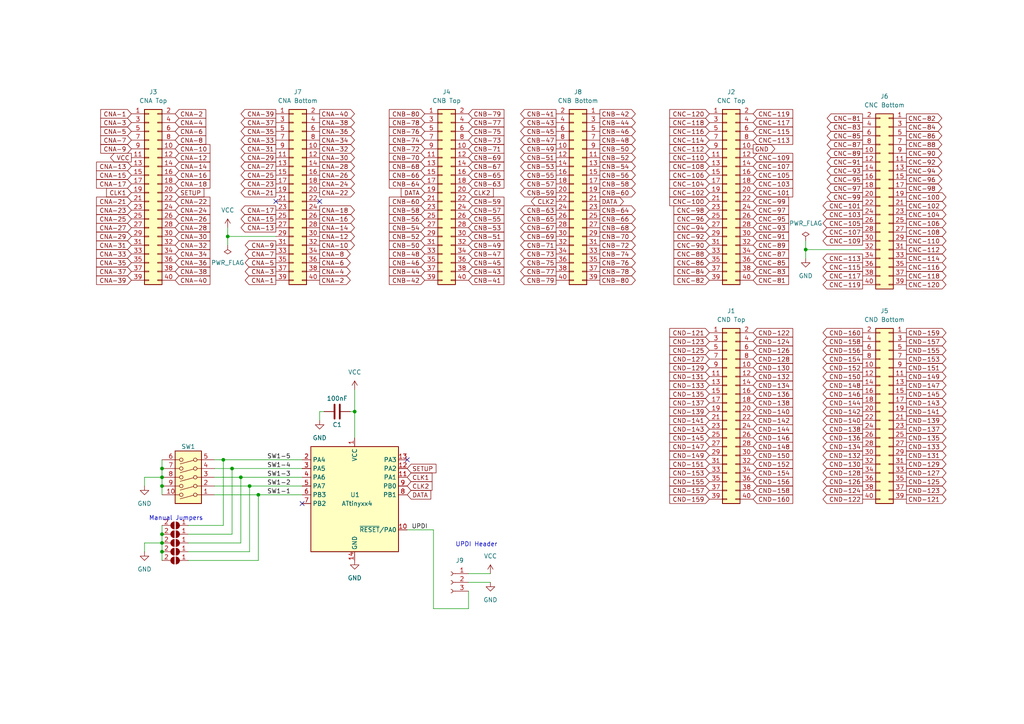
<source format=kicad_sch>
(kicad_sch (version 20211123) (generator eeschema)
  (paper "A4")
  (title_block (title "Openkey CPS1") (date "${REV}") (rev "${REV}"))
  (lib_symbols
    (symbol "Connector:Conn_01x03_Female" (pin_names (offset 1.016) hide)
      (property "Reference" "J" (at 0 5.08 0))
      (property "Value" "Conn_01x03_Female" (at 0 -5.08 0))
      (symbol "Conn_01x03_Female_1_1"
        (pin passive line (at -5.08 2.54 0) (length 3.81) (name "Pin_1") (number "1"))
        (pin passive line (at -5.08 0 0) (length 3.81) (name "Pin_2") (number "2"))
        (pin passive line (at -5.08 -2.54 0) (length 3.81) (name "Pin_3") (number "3"))
      )
    )
    (symbol "Connector_Generic:Conn_02x20_Odd_Even" (pin_names (offset 1.016) hide)
      (property "Reference" "J" (at 1.27 25.4 0))
      (property "Value" "Conn_02x20_Odd_Even" (at 1.27 -27.94 0))
      (symbol "Conn_02x20_Odd_Even_1_1"
        (pin passive line (at -5.08 22.86 0) (length 3.81) (name "Pin_1") (number "1"))
        (pin passive line (at 7.62 12.7 180) (length 3.81) (name "Pin_10") (number "10"))
        (pin passive line (at -5.08 10.16 0) (length 3.81) (name "Pin_11") (number "11"))
        (pin passive line (at 7.62 10.16 180) (length 3.81) (name "Pin_12") (number "12"))
        (pin passive line (at -5.08 7.62 0) (length 3.81) (name "Pin_13") (number "13"))
        (pin passive line (at 7.62 7.62 180) (length 3.81) (name "Pin_14") (number "14"))
        (pin passive line (at -5.08 5.08 0) (length 3.81) (name "Pin_15") (number "15"))
        (pin passive line (at 7.62 5.08 180) (length 3.81) (name "Pin_16") (number "16"))
        (pin passive line (at -5.08 2.54 0) (length 3.81) (name "Pin_17") (number "17"))
        (pin passive line (at 7.62 2.54 180) (length 3.81) (name "Pin_18") (number "18"))
        (pin passive line (at -5.08 0 0) (length 3.81) (name "Pin_19") (number "19"))
        (pin passive line (at 7.62 22.86 180) (length 3.81) (name "Pin_2") (number "2"))
        (pin passive line (at 7.62 0 180) (length 3.81) (name "Pin_20") (number "20"))
        (pin passive line (at -5.08 -2.54 0) (length 3.81) (name "Pin_21") (number "21"))
        (pin passive line (at 7.62 -2.54 180) (length 3.81) (name "Pin_22") (number "22"))
        (pin passive line (at -5.08 -5.08 0) (length 3.81) (name "Pin_23") (number "23"))
        (pin passive line (at 7.62 -5.08 180) (length 3.81) (name "Pin_24") (number "24"))
        (pin passive line (at -5.08 -7.62 0) (length 3.81) (name "Pin_25") (number "25"))
        (pin passive line (at 7.62 -7.62 180) (length 3.81) (name "Pin_26") (number "26"))
        (pin passive line (at -5.08 -10.16 0) (length 3.81) (name "Pin_27") (number "27"))
        (pin passive line (at 7.62 -10.16 180) (length 3.81) (name "Pin_28") (number "28"))
        (pin passive line (at -5.08 -12.7 0) (length 3.81) (name "Pin_29") (number "29"))
        (pin passive line (at -5.08 20.32 0) (length 3.81) (name "Pin_3") (number "3"))
        (pin passive line (at 7.62 -12.7 180) (length 3.81) (name "Pin_30") (number "30"))
        (pin passive line (at -5.08 -15.24 0) (length 3.81) (name "Pin_31") (number "31"))
        (pin passive line (at 7.62 -15.24 180) (length 3.81) (name "Pin_32") (number "32"))
        (pin passive line (at -5.08 -17.78 0) (length 3.81) (name "Pin_33") (number "33"))
        (pin passive line (at 7.62 -17.78 180) (length 3.81) (name "Pin_34") (number "34"))
        (pin passive line (at -5.08 -20.32 0) (length 3.81) (name "Pin_35") (number "35"))
        (pin passive line (at 7.62 -20.32 180) (length 3.81) (name "Pin_36") (number "36"))
        (pin passive line (at -5.08 -22.86 0) (length 3.81) (name "Pin_37") (number "37"))
        (pin passive line (at 7.62 -22.86 180) (length 3.81) (name "Pin_38") (number "38"))
        (pin passive line (at -5.08 -25.4 0) (length 3.81) (name "Pin_39") (number "39"))
        (pin passive line (at 7.62 20.32 180) (length 3.81) (name "Pin_4") (number "4"))
        (pin passive line (at 7.62 -25.4 180) (length 3.81) (name "Pin_40") (number "40"))
        (pin passive line (at -5.08 17.78 0) (length 3.81) (name "Pin_5") (number "5"))
        (pin passive line (at 7.62 17.78 180) (length 3.81) (name "Pin_6") (number "6"))
        (pin passive line (at -5.08 15.24 0) (length 3.81) (name "Pin_7") (number "7"))
        (pin passive line (at 7.62 15.24 180) (length 3.81) (name "Pin_8") (number "8"))
        (pin passive line (at -5.08 12.7 0) (length 3.81) (name "Pin_9") (number "9"))
      )
    )
    (symbol "Device:C" (pin_numbers hide) (pin_names (offset 0.254))
      (property "Reference" "C" (at 0.635 2.54 0))
      (property "Value" "C" (at 0.635 -2.54 0))
      (symbol "C_1_1"
        (pin passive line (at 0 3.81 270) (length 2.794) (name "~") (number "1"))
        (pin passive line (at 0 -3.81 90) (length 2.794) (name "~") (number "2"))
      )
    )
    (symbol "Jumper:SolderJumper_2_Open" (pin_names (offset 0) hide)
      (property "Reference" "JP" (at 0 2.032 0))
      (property "Value" "SolderJumper_2_Open" (at 0 -2.54 0))
      (symbol "SolderJumper_2_Open_1_1"
        (pin passive line (at -3.81 0 0) (length 2.54) (name "A") (number "1"))
        (pin passive line (at 3.81 0 180) (length 2.54) (name "B") (number "2"))
      )
    )
    (symbol "Switch:SW_DIP_x05" (pin_names (offset 0) hide)
      (property "Reference" "SW" (at 0 8.89 0))
      (property "Value" "SW_DIP_x05" (at 0 -8.89 0))
      (symbol "SW_DIP_x05_1_1"
        (pin passive line (at -7.62 5.08 0) (length 5.08) (name "~") (number "1"))
        (pin passive line (at 7.62 5.08 180) (length 5.08) (name "~") (number "10"))
        (pin passive line (at -7.62 2.54 0) (length 5.08) (name "~") (number "2"))
        (pin passive line (at -7.62 0 0) (length 5.08) (name "~") (number "3"))
        (pin passive line (at -7.62 -2.54 0) (length 5.08) (name "~") (number "4"))
        (pin passive line (at -7.62 -5.08 0) (length 5.08) (name "~") (number "5"))
        (pin passive line (at 7.62 -5.08 180) (length 5.08) (name "~") (number "6"))
        (pin passive line (at 7.62 -2.54 180) (length 5.08) (name "~") (number "7"))
        (pin passive line (at 7.62 0 180) (length 5.08) (name "~") (number "8"))
        (pin passive line (at 7.62 2.54 180) (length 5.08) (name "~") (number "9"))
      )
    )
    (symbol "openkey:ATtiny4x4"
      (property "Reference" "U" (at -12.7 16.51 0))
      (property "Value" "ATtiny4x4" (at 2.54 -16.51 0))
      (symbol "ATtiny4x4_1_1"
        (pin power_in line (at 0 17.78 270) (length 2.54) (name "VCC") (number "1"))
        (pin bidirectional line (at 15.24 -8.89 180) (length 2.54) (name "~{RESET}/PA0") (number "10"))
        (pin bidirectional line (at 15.24 6.35 180) (length 2.54) (name "PA1") (number "11"))
        (pin bidirectional line (at 15.24 8.89 180) (length 2.54) (name "PA2") (number "12"))
        (pin bidirectional line (at 15.24 11.43 180) (length 2.54) (name "PA3") (number "13"))
        (pin power_in line (at 0 -17.78 90) (length 2.54) (name "GND") (number "14"))
        (pin bidirectional line (at -15.24 11.43 0) (length 2.54) (name "PA4") (number "2"))
        (pin bidirectional line (at -15.24 8.89 0) (length 2.54) (name "PA5") (number "3"))
        (pin bidirectional line (at -15.24 6.35 0) (length 2.54) (name "PA6") (number "4"))
        (pin bidirectional line (at -15.24 3.81 0) (length 2.54) (name "PA7") (number "5"))
        (pin bidirectional line (at -15.24 1.27 0) (length 2.54) (name "PB3") (number "6"))
        (pin bidirectional line (at -15.24 -1.27 0) (length 2.54) (name "PB2") (number "7"))
        (pin bidirectional line (at 15.24 1.27 180) (length 2.54) (name "PB1") (number "8"))
        (pin bidirectional line (at 15.24 3.81 180) (length 2.54) (name "PB0") (number "9"))
      )
    )
    (symbol "power:GND" (power) (pin_names (offset 0))
      (property "Value" "GND" (at 0 -3.81 0))
      (symbol "GND_1_1"
        (pin power_in line (at 0 0 270) (length 0) hide (name "GND") (number "1"))
      )
    )
    (symbol "power:PWR_FLAG" (power) (pin_numbers hide) (pin_names (offset 0) hide)
      (property "Value" "PWR_FLAG" (at 0 3.81 0))
      (symbol "PWR_FLAG_0_0"
        (pin power_out line (at 0 0 90) (length 0) (name "pwr") (number "1"))
      )
    )
    (symbol "power:VCC" (power) (pin_names (offset 0))
      (property "Value" "VCC" (at 0 3.81 0))
      (symbol "VCC_1_1"
        (pin power_in line (at 0 0 90) (length 0) hide (name "VCC") (number "1"))
      )
    )
  )
  (junction (at 46.99 138.43))
  (junction (at 46.99 140.97))
  (junction (at 46.99 160.02))
  (junction (at 46.99 157.48))
  (junction (at 233.68 72.39))
  (junction (at 66.04 68.58))
  (junction (at 46.99 154.94))
  (junction (at 69.85 138.43))
  (junction (at 102.87 119.38))
  (junction (at 46.99 135.89))
  (junction (at 74.93 143.51))
  (junction (at 67.31 135.89))
  (junction (at 72.39 140.97))
  (junction (at 64.77 133.35))
  (no_connect (at 92.71 58.42))
  (no_connect (at 80.01 58.42))
  (no_connect (at 87.63 146.05))
  (no_connect (at 118.11 133.35))
  (wire (pts (xy 46.99 157.48) (xy 41.91 157.48)))
  (wire (pts (xy 233.68 72.39) (xy 250.19 72.39)))
  (wire (pts (xy 41.91 138.43) (xy 41.91 140.97)))
  (wire (pts (xy 46.99 152.4) (xy 46.99 154.94)))
  (wire (pts (xy 62.23 138.43) (xy 69.85 138.43)))
  (wire (pts (xy 54.61 152.4) (xy 64.77 152.4)))
  (wire (pts (xy 46.99 157.48) (xy 46.99 160.02)))
  (wire (pts (xy 135.89 168.91) (xy 142.24 168.91)))
  (wire (pts (xy 69.85 138.43) (xy 87.63 138.43)))
  (wire (pts (xy 67.31 154.94) (xy 67.31 135.89)))
  (wire (pts (xy 101.6 119.38) (xy 102.87 119.38)))
  (wire (pts (xy 125.73 153.67) (xy 125.73 176.53)))
  (wire (pts (xy 64.77 133.35) (xy 87.63 133.35)))
  (wire (pts (xy 66.04 66.04) (xy 66.04 68.58)))
  (wire (pts (xy 62.23 135.89) (xy 67.31 135.89)))
  (wire (pts (xy 233.68 72.39) (xy 233.68 74.93)))
  (wire (pts (xy 66.04 68.58) (xy 80.01 68.58)))
  (wire (pts (xy 102.87 113.03) (xy 102.87 119.38)))
  (wire (pts (xy 54.61 162.56) (xy 74.93 162.56)))
  (wire (pts (xy 67.31 135.89) (xy 87.63 135.89)))
  (wire (pts (xy 135.89 176.53) (xy 135.89 171.45)))
  (wire (pts (xy 125.73 176.53) (xy 135.89 176.53)))
  (wire (pts (xy 62.23 140.97) (xy 72.39 140.97)))
  (wire (pts (xy 72.39 140.97) (xy 87.63 140.97)))
  (wire (pts (xy 54.61 160.02) (xy 72.39 160.02)))
  (wire (pts (xy 74.93 143.51) (xy 87.63 143.51)))
  (wire (pts (xy 46.99 160.02) (xy 46.99 162.56)))
  (wire (pts (xy 41.91 157.48) (xy 41.91 160.02)))
  (wire (pts (xy 46.99 138.43) (xy 41.91 138.43)))
  (wire (pts (xy 72.39 160.02) (xy 72.39 140.97)))
  (wire (pts (xy 62.23 133.35) (xy 64.77 133.35)))
  (wire (pts (xy 69.85 157.48) (xy 69.85 138.43)))
  (wire (pts (xy 74.93 162.56) (xy 74.93 143.51)))
  (wire (pts (xy 233.68 69.85) (xy 233.68 72.39)))
  (wire (pts (xy 118.11 153.67) (xy 125.73 153.67)))
  (wire (pts (xy 46.99 154.94) (xy 46.99 157.48)))
  (wire (pts (xy 66.04 68.58) (xy 66.04 71.12)))
  (wire (pts (xy 64.77 152.4) (xy 64.77 133.35)))
  (wire (pts (xy 102.87 119.38) (xy 102.87 127)))
  (wire (pts (xy 46.99 138.43) (xy 46.99 140.97)))
  (wire (pts (xy 46.99 133.35) (xy 46.99 135.89)))
  (wire (pts (xy 54.61 154.94) (xy 67.31 154.94)))
  (wire (pts (xy 93.98 119.38) (xy 92.71 119.38)))
  (wire (pts (xy 92.71 119.38) (xy 92.71 121.92)))
  (wire (pts (xy 54.61 157.48) (xy 69.85 157.48)))
  (wire (pts (xy 62.23 143.51) (xy 74.93 143.51)))
  (wire (pts (xy 135.89 166.37) (xy 142.24 166.37)))
  (wire (pts (xy 46.99 135.89) (xy 46.99 138.43)))
  (wire (pts (xy 46.99 140.97) (xy 46.99 143.51)))
  (text "UPDI Header" (at 132.08 158.75 0) (effects (font (size 1.27 1.27)) (justify left bottom)))
  (text "Manual Jumpers" (at 43.18 151.13 0) (effects (font (size 1.27 1.27)) (justify left bottom)))
  (label "SW1-3" (at 77.47 138.43 0))
  (label "SW1-1" (at 77.47 143.51 0))
  (label "SW1-2" (at 77.47 140.97 0))
  (label "UPDI" (at 119.38 153.67 0))
  (label "SW1-4" (at 77.47 135.89 0))
  (label "SW1-5" (at 77.47 133.35 0))
  (global_label "CND-155" (shape output) (at 262.89 101.6 0) (property "Intersheet References" "${INTERSHEET_REFS}" (effects hide)))
  (global_label "CNB-59" (shape output) (at 161.29 55.88 180) (property "Intersheet References" "${INTERSHEET_REFS}" (effects hide)))
  (global_label "DATA" (shape output) (at 173.99 58.42 0) (property "Intersheet References" "${INTERSHEET_REFS}" (effects hide)))
  (global_label "CNC-97" (shape output) (at 250.19 54.61 180) (property "Intersheet References" "${INTERSHEET_REFS}" (effects hide)))
  (global_label "CNC-94" (shape input) (at 205.74 66.04 180) (property "Intersheet References" "${INTERSHEET_REFS}" (effects hide)))
  (global_label "CND-153" (shape input) (at 205.74 137.16 180) (property "Intersheet References" "${INTERSHEET_REFS}" (effects hide)))
  (global_label "CNC-100" (shape output) (at 262.89 57.15 0) (property "Intersheet References" "${INTERSHEET_REFS}" (effects hide)))
  (global_label "CNA-4" (shape output) (at 92.71 78.74 0) (property "Intersheet References" "${INTERSHEET_REFS}" (effects hide)))
  (global_label "SETUP" (shape input) (at 118.11 135.89 0) (property "Intersheet References" "${INTERSHEET_REFS}" (effects hide)))
  (global_label "CNC-85" (shape output) (at 250.19 39.37 180) (property "Intersheet References" "${INTERSHEET_REFS}" (effects hide)))
  (global_label "CND-134" (shape output) (at 250.19 129.54 180) (property "Intersheet References" "${INTERSHEET_REFS}" (effects hide)))
  (global_label "CND-146" (shape input) (at 218.44 127 0) (property "Intersheet References" "${INTERSHEET_REFS}" (effects hide)))
  (global_label "CNB-55" (shape output) (at 161.29 50.8 180) (property "Intersheet References" "${INTERSHEET_REFS}" (effects hide)))
  (global_label "CNA-24" (shape input) (at 50.8 60.96 0) (property "Intersheet References" "${INTERSHEET_REFS}" (effects hide)))
  (global_label "CND-128" (shape input) (at 218.44 104.14 0) (property "Intersheet References" "${INTERSHEET_REFS}" (effects hide)))
  (global_label "CNC-119" (shape output) (at 250.19 82.55 180) (property "Intersheet References" "${INTERSHEET_REFS}" (effects hide)))
  (global_label "CNB-52" (shape input) (at 123.19 68.58 180) (property "Intersheet References" "${INTERSHEET_REFS}" (effects hide)))
  (global_label "CNC-84" (shape input) (at 205.74 78.74 180) (property "Intersheet References" "${INTERSHEET_REFS}" (effects hide)))
  (global_label "CNC-100" (shape input) (at 205.74 58.42 180) (property "Intersheet References" "${INTERSHEET_REFS}" (effects hide)))
  (global_label "SETUP" (shape input) (at 50.8 55.88 0) (property "Intersheet References" "${INTERSHEET_REFS}" (effects hide)))
  (global_label "CND-152" (shape output) (at 250.19 106.68 180) (property "Intersheet References" "${INTERSHEET_REFS}" (effects hide)))
  (global_label "CNB-63" (shape input) (at 135.89 53.34 0) (property "Intersheet References" "${INTERSHEET_REFS}" (effects hide)))
  (global_label "CNC-102" (shape input) (at 205.74 55.88 180) (property "Intersheet References" "${INTERSHEET_REFS}" (effects hide)))
  (global_label "CND-127" (shape input) (at 205.74 104.14 180) (property "Intersheet References" "${INTERSHEET_REFS}" (effects hide)))
  (global_label "CNC-101" (shape input) (at 218.44 55.88 0) (property "Intersheet References" "${INTERSHEET_REFS}" (effects hide)))
  (global_label "CNB-44" (shape input) (at 123.19 78.74 180) (property "Intersheet References" "${INTERSHEET_REFS}" (effects hide)))
  (global_label "CND-156" (shape input) (at 218.44 139.7 0) (property "Intersheet References" "${INTERSHEET_REFS}" (effects hide)))
  (global_label "CNC-112" (shape output) (at 262.89 72.39 0) (property "Intersheet References" "${INTERSHEET_REFS}" (effects hide)))
  (global_label "CNA-6" (shape output) (at 92.71 76.2 0) (property "Intersheet References" "${INTERSHEET_REFS}" (effects hide)))
  (global_label "CNC-90" (shape input) (at 205.74 71.12 180) (property "Intersheet References" "${INTERSHEET_REFS}" (effects hide)))
  (global_label "DATA" (shape input) (at 123.19 55.88 180) (property "Intersheet References" "${INTERSHEET_REFS}" (effects hide)))
  (global_label "CND-144" (shape output) (at 250.19 116.84 180) (property "Intersheet References" "${INTERSHEET_REFS}" (effects hide)))
  (global_label "CNC-86" (shape output) (at 262.89 39.37 0) (property "Intersheet References" "${INTERSHEET_REFS}" (effects hide)))
  (global_label "CNB-68" (shape output) (at 173.99 66.04 0) (property "Intersheet References" "${INTERSHEET_REFS}" (effects hide)))
  (global_label "CNC-93" (shape input) (at 218.44 66.04 0) (property "Intersheet References" "${INTERSHEET_REFS}" (effects hide)))
  (global_label "CNA-29" (shape output) (at 80.01 45.72 180) (property "Intersheet References" "${INTERSHEET_REFS}" (effects hide)))
  (global_label "CNA-13" (shape input) (at 38.1 48.26 180) (property "Intersheet References" "${INTERSHEET_REFS}" (effects hide)))
  (global_label "CND-142" (shape output) (at 250.19 119.38 180) (property "Intersheet References" "${INTERSHEET_REFS}" (effects hide)))
  (global_label "CND-140" (shape input) (at 218.44 119.38 0) (property "Intersheet References" "${INTERSHEET_REFS}" (effects hide)))
  (global_label "CNB-46" (shape input) (at 123.19 76.2 180) (property "Intersheet References" "${INTERSHEET_REFS}" (effects hide)))
  (global_label "CNB-51" (shape output) (at 161.29 45.72 180) (property "Intersheet References" "${INTERSHEET_REFS}" (effects hide)))
  (global_label "CNB-49" (shape output) (at 161.29 43.18 180) (property "Intersheet References" "${INTERSHEET_REFS}" (effects hide)))
  (global_label "CNB-42" (shape input) (at 123.19 81.28 180) (property "Intersheet References" "${INTERSHEET_REFS}" (effects hide)))
  (global_label "CNA-18" (shape input) (at 50.8 53.34 0) (property "Intersheet References" "${INTERSHEET_REFS}" (effects hide)))
  (global_label "CNA-24" (shape output) (at 92.71 53.34 0) (property "Intersheet References" "${INTERSHEET_REFS}" (effects hide)))
  (global_label "CNA-1" (shape output) (at 80.01 81.28 180) (property "Intersheet References" "${INTERSHEET_REFS}" (effects hide)))
  (global_label "CNB-68" (shape input) (at 123.19 48.26 180) (property "Intersheet References" "${INTERSHEET_REFS}" (effects hide)))
  (global_label "CNA-33" (shape input) (at 38.1 73.66 180) (property "Intersheet References" "${INTERSHEET_REFS}" (effects hide)))
  (global_label "CND-143" (shape output) (at 262.89 116.84 0) (property "Intersheet References" "${INTERSHEET_REFS}" (effects hide)))
  (global_label "CND-121" (shape output) (at 262.89 144.78 0) (property "Intersheet References" "${INTERSHEET_REFS}" (effects hide)))
  (global_label "CNA-3" (shape input) (at 38.1 35.56 180) (property "Intersheet References" "${INTERSHEET_REFS}" (effects hide)))
  (global_label "CND-158" (shape input) (at 218.44 142.24 0) (property "Intersheet References" "${INTERSHEET_REFS}" (effects hide)))
  (global_label "CNC-81" (shape input) (at 218.44 81.28 0) (property "Intersheet References" "${INTERSHEET_REFS}" (effects hide)))
  (global_label "CNC-99" (shape input) (at 218.44 58.42 0) (property "Intersheet References" "${INTERSHEET_REFS}" (effects hide)))
  (global_label "CNA-5" (shape output) (at 80.01 76.2 180) (property "Intersheet References" "${INTERSHEET_REFS}" (effects hide)))
  (global_label "CNA-36" (shape output) (at 92.71 38.1 0) (property "Intersheet References" "${INTERSHEET_REFS}" (effects hide)))
  (global_label "CNA-26" (shape input) (at 50.8 63.5 0) (property "Intersheet References" "${INTERSHEET_REFS}" (effects hide)))
  (global_label "CNC-81" (shape output) (at 250.19 34.29 180) (property "Intersheet References" "${INTERSHEET_REFS}" (effects hide)))
  (global_label "CND-138" (shape input) (at 218.44 116.84 0) (property "Intersheet References" "${INTERSHEET_REFS}" (effects hide)))
  (global_label "CNC-120" (shape output) (at 262.89 82.55 0) (property "Intersheet References" "${INTERSHEET_REFS}" (effects hide)))
  (global_label "CNB-44" (shape output) (at 173.99 35.56 0) (property "Intersheet References" "${INTERSHEET_REFS}" (effects hide)))
  (global_label "CNA-33" (shape output) (at 80.01 40.64 180) (property "Intersheet References" "${INTERSHEET_REFS}" (effects hide)))
  (global_label "CNA-30" (shape output) (at 92.71 45.72 0) (property "Intersheet References" "${INTERSHEET_REFS}" (effects hide)))
  (global_label "CND-142" (shape input) (at 218.44 121.92 0) (property "Intersheet References" "${INTERSHEET_REFS}" (effects hide)))
  (global_label "CNB-43" (shape input) (at 135.89 78.74 0) (property "Intersheet References" "${INTERSHEET_REFS}" (effects hide)))
  (global_label "CND-131" (shape input) (at 205.74 109.22 180) (property "Intersheet References" "${INTERSHEET_REFS}" (effects hide)))
  (global_label "CNA-22" (shape input) (at 50.8 58.42 0) (property "Intersheet References" "${INTERSHEET_REFS}" (effects hide)))
  (global_label "CNC-96" (shape output) (at 262.89 52.07 0) (property "Intersheet References" "${INTERSHEET_REFS}" (effects hide)))
  (global_label "CND-154" (shape output) (at 250.19 104.14 180) (property "Intersheet References" "${INTERSHEET_REFS}" (effects hide)))
  (global_label "CNC-82" (shape input) (at 205.74 81.28 180) (property "Intersheet References" "${INTERSHEET_REFS}" (effects hide)))
  (global_label "CNC-92" (shape output) (at 262.89 46.99 0) (property "Intersheet References" "${INTERSHEET_REFS}" (effects hide)))
  (global_label "CNC-89" (shape input) (at 218.44 71.12 0) (property "Intersheet References" "${INTERSHEET_REFS}" (effects hide)))
  (global_label "CNB-67" (shape output) (at 161.29 66.04 180) (property "Intersheet References" "${INTERSHEET_REFS}" (effects hide)))
  (global_label "CND-149" (shape output) (at 262.89 109.22 0) (property "Intersheet References" "${INTERSHEET_REFS}" (effects hide)))
  (global_label "CNB-78" (shape input) (at 123.19 35.56 180) (property "Intersheet References" "${INTERSHEET_REFS}" (effects hide)))
  (global_label "CNB-41" (shape output) (at 161.29 33.02 180) (property "Intersheet References" "${INTERSHEET_REFS}" (effects hide)))
  (global_label "CNB-42" (shape output) (at 173.99 33.02 0) (property "Intersheet References" "${INTERSHEET_REFS}" (effects hide)))
  (global_label "CNA-38" (shape input) (at 50.8 78.74 0) (property "Intersheet References" "${INTERSHEET_REFS}" (effects hide)))
  (global_label "CNA-6" (shape input) (at 50.8 38.1 0) (property "Intersheet References" "${INTERSHEET_REFS}" (effects hide)))
  (global_label "CND-123" (shape input) (at 205.74 99.06 180) (property "Intersheet References" "${INTERSHEET_REFS}" (effects hide)))
  (global_label "CNA-38" (shape output) (at 92.71 35.56 0) (property "Intersheet References" "${INTERSHEET_REFS}" (effects hide)))
  (global_label "CNA-15" (shape output) (at 80.01 63.5 180) (property "Intersheet References" "${INTERSHEET_REFS}" (effects hide)))
  (global_label "CNA-17" (shape output) (at 80.01 60.96 180) (property "Intersheet References" "${INTERSHEET_REFS}" (effects hide)))
  (global_label "CNA-32" (shape output) (at 92.71 43.18 0) (property "Intersheet References" "${INTERSHEET_REFS}" (effects hide)))
  (global_label "CNB-46" (shape output) (at 173.99 38.1 0) (property "Intersheet References" "${INTERSHEET_REFS}" (effects hide)))
  (global_label "CNA-3" (shape output) (at 80.01 78.74 180) (property "Intersheet References" "${INTERSHEET_REFS}" (effects hide)))
  (global_label "CNB-58" (shape input) (at 123.19 60.96 180) (property "Intersheet References" "${INTERSHEET_REFS}" (effects hide)))
  (global_label "CNA-14" (shape input) (at 50.8 48.26 0) (property "Intersheet References" "${INTERSHEET_REFS}" (effects hide)))
  (global_label "CNB-56" (shape output) (at 173.99 50.8 0) (property "Intersheet References" "${INTERSHEET_REFS}" (effects hide)))
  (global_label "CND-150" (shape input) (at 218.44 132.08 0) (property "Intersheet References" "${INTERSHEET_REFS}" (effects hide)))
  (global_label "CNC-95" (shape input) (at 218.44 63.5 0) (property "Intersheet References" "${INTERSHEET_REFS}" (effects hide)))
  (global_label "CND-130" (shape input) (at 218.44 106.68 0) (property "Intersheet References" "${INTERSHEET_REFS}" (effects hide)))
  (global_label "DATA" (shape input) (at 118.11 143.51 0) (property "Intersheet References" "${INTERSHEET_REFS}" (effects hide)))
  (global_label "CNC-106" (shape input) (at 205.74 50.8 180) (property "Intersheet References" "${INTERSHEET_REFS}" (effects hide)))
  (global_label "CND-144" (shape input) (at 218.44 124.46 0) (property "Intersheet References" "${INTERSHEET_REFS}" (effects hide)))
  (global_label "CNB-58" (shape output) (at 173.99 53.34 0) (property "Intersheet References" "${INTERSHEET_REFS}" (effects hide)))
  (global_label "CNA-2" (shape output) (at 92.71 81.28 0) (property "Intersheet References" "${INTERSHEET_REFS}" (effects hide)))
  (global_label "CND-148" (shape output) (at 250.19 111.76 180) (property "Intersheet References" "${INTERSHEET_REFS}" (effects hide)))
  (global_label "CNB-45" (shape output) (at 161.29 38.1 180) (property "Intersheet References" "${INTERSHEET_REFS}" (effects hide)))
  (global_label "CNB-77" (shape output) (at 161.29 78.74 180) (property "Intersheet References" "${INTERSHEET_REFS}" (effects hide)))
  (global_label "VCC" (shape output) (at 38.1 45.72 180) (property "Intersheet References" "${INTERSHEET_REFS}" (effects hide)))
  (global_label "CNB-55" (shape input) (at 135.89 63.5 0) (property "Intersheet References" "${INTERSHEET_REFS}" (effects hide)))
  (global_label "CNC-86" (shape input) (at 205.74 76.2 180) (property "Intersheet References" "${INTERSHEET_REFS}" (effects hide)))
  (global_label "CNC-89" (shape output) (at 250.19 44.45 180) (property "Intersheet References" "${INTERSHEET_REFS}" (effects hide)))
  (global_label "CNC-106" (shape output) (at 262.89 64.77 0) (property "Intersheet References" "${INTERSHEET_REFS}" (effects hide)))
  (global_label "CNC-88" (shape input) (at 205.74 73.66 180) (property "Intersheet References" "${INTERSHEET_REFS}" (effects hide)))
  (global_label "CNB-64" (shape input) (at 123.19 53.34 180) (property "Intersheet References" "${INTERSHEET_REFS}" (effects hide)))
  (global_label "CND-124" (shape input) (at 218.44 99.06 0) (property "Intersheet References" "${INTERSHEET_REFS}" (effects hide)))
  (global_label "CNC-95" (shape output) (at 250.19 52.07 180) (property "Intersheet References" "${INTERSHEET_REFS}" (effects hide)))
  (global_label "CND-121" (shape input) (at 205.74 96.52 180) (property "Intersheet References" "${INTERSHEET_REFS}" (effects hide)))
  (global_label "CNA-32" (shape input) (at 50.8 71.12 0) (property "Intersheet References" "${INTERSHEET_REFS}" (effects hide)))
  (global_label "CNA-31" (shape input) (at 38.1 71.12 180) (property "Intersheet References" "${INTERSHEET_REFS}" (effects hide)))
  (global_label "CNB-66" (shape input) (at 123.19 50.8 180) (property "Intersheet References" "${INTERSHEET_REFS}" (effects hide)))
  (global_label "CND-134" (shape input) (at 218.44 111.76 0) (property "Intersheet References" "${INTERSHEET_REFS}" (effects hide)))
  (global_label "CND-122" (shape output) (at 250.19 144.78 180) (property "Intersheet References" "${INTERSHEET_REFS}" (effects hide)))
  (global_label "CNC-93" (shape output) (at 250.19 49.53 180) (property "Intersheet References" "${INTERSHEET_REFS}" (effects hide)))
  (global_label "CNC-108" (shape input) (at 205.74 48.26 180) (property "Intersheet References" "${INTERSHEET_REFS}" (effects hide)))
  (global_label "CNB-72" (shape input) (at 123.19 43.18 180) (property "Intersheet References" "${INTERSHEET_REFS}" (effects hide)))
  (global_label "CNC-103" (shape input) (at 218.44 53.34 0) (property "Intersheet References" "${INTERSHEET_REFS}" (effects hide)))
  (global_label "CNB-69" (shape output) (at 161.29 68.58 180) (property "Intersheet References" "${INTERSHEET_REFS}" (effects hide)))
  (global_label "CNB-74" (shape input) (at 123.19 40.64 180) (property "Intersheet References" "${INTERSHEET_REFS}" (effects hide)))
  (global_label "CNC-114" (shape output) (at 262.89 74.93 0) (property "Intersheet References" "${INTERSHEET_REFS}" (effects hide)))
  (global_label "CND-133" (shape output) (at 262.89 129.54 0) (property "Intersheet References" "${INTERSHEET_REFS}" (effects hide)))
  (global_label "CND-145" (shape input) (at 205.74 127 180) (property "Intersheet References" "${INTERSHEET_REFS}" (effects hide)))
  (global_label "CND-139" (shape input) (at 205.74 119.38 180) (property "Intersheet References" "${INTERSHEET_REFS}" (effects hide)))
  (global_label "CNA-5" (shape input) (at 38.1 38.1 180) (property "Intersheet References" "${INTERSHEET_REFS}" (effects hide)))
  (global_label "CNA-13" (shape output) (at 80.01 66.04 180) (property "Intersheet References" "${INTERSHEET_REFS}" (effects hide)))
  (global_label "CNA-1" (shape input) (at 38.1 33.02 180) (property "Intersheet References" "${INTERSHEET_REFS}" (effects hide)))
  (global_label "CNB-53" (shape output) (at 161.29 48.26 180) (property "Intersheet References" "${INTERSHEET_REFS}" (effects hide)))
  (global_label "CNB-70" (shape output) (at 173.99 68.58 0) (property "Intersheet References" "${INTERSHEET_REFS}" (effects hide)))
  (global_label "CNA-26" (shape output) (at 92.71 50.8 0) (property "Intersheet References" "${INTERSHEET_REFS}" (effects hide)))
  (global_label "CND-140" (shape output) (at 250.19 121.92 180) (property "Intersheet References" "${INTERSHEET_REFS}" (effects hide)))
  (global_label "CNB-45" (shape input) (at 135.89 76.2 0) (property "Intersheet References" "${INTERSHEET_REFS}" (effects hide)))
  (global_label "CNB-71" (shape output) (at 161.29 71.12 180) (property "Intersheet References" "${INTERSHEET_REFS}" (effects hide)))
  (global_label "CNA-36" (shape input) (at 50.8 76.2 0) (property "Intersheet References" "${INTERSHEET_REFS}" (effects hide)))
  (global_label "CND-136" (shape output) (at 250.19 127 180) (property "Intersheet References" "${INTERSHEET_REFS}" (effects hide)))
  (global_label "CNC-109" (shape input) (at 218.44 45.72 0) (property "Intersheet References" "${INTERSHEET_REFS}" (effects hide)))
  (global_label "CNB-65" (shape output) (at 161.29 63.5 180) (property "Intersheet References" "${INTERSHEET_REFS}" (effects hide)))
  (global_label "CNB-70" (shape input) (at 123.19 45.72 180) (property "Intersheet References" "${INTERSHEET_REFS}" (effects hide)))
  (global_label "CNC-85" (shape input) (at 218.44 76.2 0) (property "Intersheet References" "${INTERSHEET_REFS}" (effects hide)))
  (global_label "CNC-119" (shape input) (at 218.44 33.02 0) (property "Intersheet References" "${INTERSHEET_REFS}" (effects hide)))
  (global_label "CNA-35" (shape output) (at 80.01 38.1 180) (property "Intersheet References" "${INTERSHEET_REFS}" (effects hide)))
  (global_label "CND-151" (shape input) (at 205.74 134.62 180) (property "Intersheet References" "${INTERSHEET_REFS}" (effects hide)))
  (global_label "CNC-91" (shape input) (at 218.44 68.58 0) (property "Intersheet References" "${INTERSHEET_REFS}" (effects hide)))
  (global_label "CNB-73" (shape input) (at 135.89 40.64 0) (property "Intersheet References" "${INTERSHEET_REFS}" (effects hide)))
  (global_label "CNB-57" (shape input) (at 135.89 60.96 0) (property "Intersheet References" "${INTERSHEET_REFS}" (effects hide)))
  (global_label "CNC-118" (shape output) (at 262.89 80.01 0) (property "Intersheet References" "${INTERSHEET_REFS}" (effects hide)))
  (global_label "CNB-78" (shape output) (at 173.99 78.74 0) (property "Intersheet References" "${INTERSHEET_REFS}" (effects hide)))
  (global_label "CNB-49" (shape input) (at 135.89 71.12 0) (property "Intersheet References" "${INTERSHEET_REFS}" (effects hide)))
  (global_label "CNA-16" (shape output) (at 92.71 63.5 0) (property "Intersheet References" "${INTERSHEET_REFS}" (effects hide)))
  (global_label "CNA-17" (shape input) (at 38.1 53.34 180) (property "Intersheet References" "${INTERSHEET_REFS}" (effects hide)))
  (global_label "CNB-47" (shape output) (at 161.29 40.64 180) (property "Intersheet References" "${INTERSHEET_REFS}" (effects hide)))
  (global_label "CNB-79" (shape output) (at 161.29 81.28 180) (property "Intersheet References" "${INTERSHEET_REFS}" (effects hide)))
  (global_label "CNC-115" (shape input) (at 218.44 38.1 0) (property "Intersheet References" "${INTERSHEET_REFS}" (effects hide)))
  (global_label "CND-147" (shape input) (at 205.74 129.54 180) (property "Intersheet References" "${INTERSHEET_REFS}" (effects hide)))
  (global_label "CLK2" (shape input) (at 135.89 55.88 0) (property "Intersheet References" "${INTERSHEET_REFS}" (effects hide)))
  (global_label "CNC-94" (shape output) (at 262.89 49.53 0) (property "Intersheet References" "${INTERSHEET_REFS}" (effects hide)))
  (global_label "CNB-73" (shape output) (at 161.29 73.66 180) (property "Intersheet References" "${INTERSHEET_REFS}" (effects hide)))
  (global_label "CNB-63" (shape output) (at 161.29 60.96 180) (property "Intersheet References" "${INTERSHEET_REFS}" (effects hide)))
  (global_label "CNA-15" (shape input) (at 38.1 50.8 180) (property "Intersheet References" "${INTERSHEET_REFS}" (effects hide)))
  (global_label "CNB-67" (shape input) (at 135.89 48.26 0) (property "Intersheet References" "${INTERSHEET_REFS}" (effects hide)))
  (global_label "CNC-105" (shape output) (at 250.19 64.77 180) (property "Intersheet References" "${INTERSHEET_REFS}" (effects hide)))
  (global_label "CNC-96" (shape input) (at 205.74 63.5 180) (property "Intersheet References" "${INTERSHEET_REFS}" (effects hide)))
  (global_label "CNC-118" (shape input) (at 205.74 35.56 180) (property "Intersheet References" "${INTERSHEET_REFS}" (effects hide)))
  (global_label "CND-145" (shape output) (at 262.89 114.3 0) (property "Intersheet References" "${INTERSHEET_REFS}" (effects hide)))
  (global_label "CND-141" (shape output) (at 262.89 119.38 0) (property "Intersheet References" "${INTERSHEET_REFS}" (effects hide)))
  (global_label "CNA-7" (shape input) (at 38.1 40.64 180) (property "Intersheet References" "${INTERSHEET_REFS}" (effects hide)))
  (global_label "CNC-90" (shape output) (at 262.89 44.45 0) (property "Intersheet References" "${INTERSHEET_REFS}" (effects hide)))
  (global_label "CND-131" (shape output) (at 262.89 132.08 0) (property "Intersheet References" "${INTERSHEET_REFS}" (effects hide)))
  (global_label "CNB-69" (shape input) (at 135.89 45.72 0) (property "Intersheet References" "${INTERSHEET_REFS}" (effects hide)))
  (global_label "CNC-87" (shape input) (at 218.44 73.66 0) (property "Intersheet References" "${INTERSHEET_REFS}" (effects hide)))
  (global_label "CNB-41" (shape input) (at 135.89 81.28 0) (property "Intersheet References" "${INTERSHEET_REFS}" (effects hide)))
  (global_label "CNB-47" (shape input) (at 135.89 73.66 0) (property "Intersheet References" "${INTERSHEET_REFS}" (effects hide)))
  (global_label "CNA-28" (shape input) (at 50.8 66.04 0) (property "Intersheet References" "${INTERSHEET_REFS}" (effects hide)))
  (global_label "CNB-48" (shape output) (at 173.99 40.64 0) (property "Intersheet References" "${INTERSHEET_REFS}" (effects hide)))
  (global_label "CND-151" (shape output) (at 262.89 106.68 0) (property "Intersheet References" "${INTERSHEET_REFS}" (effects hide)))
  (global_label "CNA-21" (shape input) (at 38.1 58.42 180) (property "Intersheet References" "${INTERSHEET_REFS}" (effects hide)))
  (global_label "CNB-54" (shape output) (at 173.99 48.26 0) (property "Intersheet References" "${INTERSHEET_REFS}" (effects hide)))
  (global_label "CNC-88" (shape output) (at 262.89 41.91 0) (property "Intersheet References" "${INTERSHEET_REFS}" (effects hide)))
  (global_label "CND-127" (shape output) (at 262.89 137.16 0) (property "Intersheet References" "${INTERSHEET_REFS}" (effects hide)))
  (global_label "CNC-116" (shape input) (at 205.74 38.1 180) (property "Intersheet References" "${INTERSHEET_REFS}" (effects hide)))
  (global_label "CNA-23" (shape output) (at 80.01 53.34 180) (property "Intersheet References" "${INTERSHEET_REFS}" (effects hide)))
  (global_label "CNC-91" (shape output) (at 250.19 46.99 180) (property "Intersheet References" "${INTERSHEET_REFS}" (effects hide)))
  (global_label "CNB-43" (shape output) (at 161.29 35.56 180) (property "Intersheet References" "${INTERSHEET_REFS}" (effects hide)))
  (global_label "CNB-56" (shape input) (at 123.19 63.5 180) (property "Intersheet References" "${INTERSHEET_REFS}" (effects hide)))
  (global_label "CLK2" (shape output) (at 161.29 58.42 180) (property "Intersheet References" "${INTERSHEET_REFS}" (effects hide)))
  (global_label "CNC-92" (shape input) (at 205.74 68.58 180) (property "Intersheet References" "${INTERSHEET_REFS}" (effects hide)))
  (global_label "CND-157" (shape input) (at 205.74 142.24 180) (property "Intersheet References" "${INTERSHEET_REFS}" (effects hide)))
  (global_label "CNC-109" (shape output) (at 250.19 69.85 180) (property "Intersheet References" "${INTERSHEET_REFS}" (effects hide)))
  (global_label "CNA-25" (shape output) (at 80.01 50.8 180) (property "Intersheet References" "${INTERSHEET_REFS}" (effects hide)))
  (global_label "CND-139" (shape output) (at 262.89 121.92 0) (property "Intersheet References" "${INTERSHEET_REFS}" (effects hide)))
  (global_label "CND-132" (shape input) (at 218.44 109.22 0) (property "Intersheet References" "${INTERSHEET_REFS}" (effects hide)))
  (global_label "CNB-53" (shape input) (at 135.89 66.04 0) (property "Intersheet References" "${INTERSHEET_REFS}" (effects hide)))
  (global_label "CND-122" (shape input) (at 218.44 96.52 0) (property "Intersheet References" "${INTERSHEET_REFS}" (effects hide)))
  (global_label "CNA-12" (shape input) (at 50.8 45.72 0) (property "Intersheet References" "${INTERSHEET_REFS}" (effects hide)))
  (global_label "CNA-30" (shape input) (at 50.8 68.58 0) (property "Intersheet References" "${INTERSHEET_REFS}" (effects hide)))
  (global_label "CND-159" (shape output) (at 262.89 96.52 0) (property "Intersheet References" "${INTERSHEET_REFS}" (effects hide)))
  (global_label "CND-125" (shape input) (at 205.74 101.6 180) (property "Intersheet References" "${INTERSHEET_REFS}" (effects hide)))
  (global_label "CND-125" (shape output) (at 262.89 139.7 0) (property "Intersheet References" "${INTERSHEET_REFS}" (effects hide)))
  (global_label "CND-128" (shape output) (at 250.19 137.16 180) (property "Intersheet References" "${INTERSHEET_REFS}" (effects hide)))
  (global_label "CNC-112" (shape input) (at 205.74 43.18 180) (property "Intersheet References" "${INTERSHEET_REFS}" (effects hide)))
  (global_label "CNA-34" (shape output) (at 92.71 40.64 0) (property "Intersheet References" "${INTERSHEET_REFS}" (effects hide)))
  (global_label "CNC-113" (shape input) (at 218.44 40.64 0) (property "Intersheet References" "${INTERSHEET_REFS}" (effects hide)))
  (global_label "CNA-25" (shape input) (at 38.1 63.5 180) (property "Intersheet References" "${INTERSHEET_REFS}" (effects hide)))
  (global_label "CND-123" (shape output) (at 262.89 142.24 0) (property "Intersheet References" "${INTERSHEET_REFS}" (effects hide)))
  (global_label "CND-159" (shape input) (at 205.74 144.78 180) (property "Intersheet References" "${INTERSHEET_REFS}" (effects hide)))
  (global_label "CND-141" (shape input) (at 205.74 121.92 180) (property "Intersheet References" "${INTERSHEET_REFS}" (effects hide)))
  (global_label "CNC-117" (shape input) (at 218.44 35.56 0) (property "Intersheet References" "${INTERSHEET_REFS}" (effects hide)))
  (global_label "CNC-84" (shape output) (at 262.89 36.83 0) (property "Intersheet References" "${INTERSHEET_REFS}" (effects hide)))
  (global_label "CND-160" (shape input) (at 218.44 144.78 0) (property "Intersheet References" "${INTERSHEET_REFS}" (effects hide)))
  (global_label "CNA-39" (shape output) (at 80.01 33.02 180) (property "Intersheet References" "${INTERSHEET_REFS}" (effects hide)))
  (global_label "CNA-37" (shape input) (at 38.1 78.74 180) (property "Intersheet References" "${INTERSHEET_REFS}" (effects hide)))
  (global_label "CNA-23" (shape input) (at 38.1 60.96 180) (property "Intersheet References" "${INTERSHEET_REFS}" (effects hide)))
  (global_label "CNA-12" (shape output) (at 92.71 68.58 0) (property "Intersheet References" "${INTERSHEET_REFS}" (effects hide)))
  (global_label "CND-133" (shape input) (at 205.74 111.76 180) (property "Intersheet References" "${INTERSHEET_REFS}" (effects hide)))
  (global_label "CND-126" (shape input) (at 218.44 101.6 0) (property "Intersheet References" "${INTERSHEET_REFS}" (effects hide)))
  (global_label "CND-152" (shape input) (at 218.44 134.62 0) (property "Intersheet References" "${INTERSHEET_REFS}" (effects hide)))
  (global_label "CNA-7" (shape output) (at 80.01 73.66 180) (property "Intersheet References" "${INTERSHEET_REFS}" (effects hide)))
  (global_label "CNC-87" (shape output) (at 250.19 41.91 180) (property "Intersheet References" "${INTERSHEET_REFS}" (effects hide)))
  (global_label "CND-147" (shape output) (at 262.89 111.76 0) (property "Intersheet References" "${INTERSHEET_REFS}" (effects hide)))
  (global_label "CNB-79" (shape input) (at 135.89 33.02 0) (property "Intersheet References" "${INTERSHEET_REFS}" (effects hide)))
  (global_label "CND-149" (shape input) (at 205.74 132.08 180) (property "Intersheet References" "${INTERSHEET_REFS}" (effects hide)))
  (global_label "CNA-10" (shape input) (at 50.8 43.18 0) (property "Intersheet References" "${INTERSHEET_REFS}" (effects hide)))
  (global_label "CND-129" (shape output) (at 262.89 134.62 0) (property "Intersheet References" "${INTERSHEET_REFS}" (effects hide)))
  (global_label "CNA-27" (shape input) (at 38.1 66.04 180) (property "Intersheet References" "${INTERSHEET_REFS}" (effects hide)))
  (global_label "CNB-48" (shape input) (at 123.19 73.66 180) (property "Intersheet References" "${INTERSHEET_REFS}" (effects hide)))
  (global_label "CNB-52" (shape output) (at 173.99 45.72 0) (property "Intersheet References" "${INTERSHEET_REFS}" (effects hide)))
  (global_label "CNA-8" (shape output) (at 92.71 73.66 0) (property "Intersheet References" "${INTERSHEET_REFS}" (effects hide)))
  (global_label "CNB-51" (shape input) (at 135.89 68.58 0) (property "Intersheet References" "${INTERSHEET_REFS}" (effects hide)))
  (global_label "CND-130" (shape output) (at 250.19 134.62 180) (property "Intersheet References" "${INTERSHEET_REFS}" (effects hide)))
  (global_label "CND-156" (shape output) (at 250.19 101.6 180) (property "Intersheet References" "${INTERSHEET_REFS}" (effects hide)))
  (global_label "CNC-82" (shape output) (at 262.89 34.29 0) (property "Intersheet References" "${INTERSHEET_REFS}" (effects hide)))
  (global_label "CNB-57" (shape output) (at 161.29 53.34 180) (property "Intersheet References" "${INTERSHEET_REFS}" (effects hide)))
  (global_label "CNA-9" (shape output) (at 80.01 71.12 180) (property "Intersheet References" "${INTERSHEET_REFS}" (effects hide)))
  (global_label "CND-136" (shape input) (at 218.44 114.3 0) (property "Intersheet References" "${INTERSHEET_REFS}" (effects hide)))
  (global_label "CNB-74" (shape output) (at 173.99 73.66 0) (property "Intersheet References" "${INTERSHEET_REFS}" (effects hide)))
  (global_label "CNC-107" (shape output) (at 250.19 67.31 180) (property "Intersheet References" "${INTERSHEET_REFS}" (effects hide)))
  (global_label "CNA-8" (shape input) (at 50.8 40.64 0) (property "Intersheet References" "${INTERSHEET_REFS}" (effects hide)))
  (global_label "CNA-4" (shape input) (at 50.8 35.56 0) (property "Intersheet References" "${INTERSHEET_REFS}" (effects hide)))
  (global_label "CNB-64" (shape output) (at 173.99 60.96 0) (property "Intersheet References" "${INTERSHEET_REFS}" (effects hide)))
  (global_label "CNC-101" (shape output) (at 250.19 59.69 180) (property "Intersheet References" "${INTERSHEET_REFS}" (effects hide)))
  (global_label "CNC-116" (shape output) (at 262.89 77.47 0) (property "Intersheet References" "${INTERSHEET_REFS}" (effects hide)))
  (global_label "CNC-83" (shape input) (at 218.44 78.74 0) (property "Intersheet References" "${INTERSHEET_REFS}" (effects hide)))
  (global_label "CND-160" (shape output) (at 250.19 96.52 180) (property "Intersheet References" "${INTERSHEET_REFS}" (effects hide)))
  (global_label "CNB-72" (shape output) (at 173.99 71.12 0) (property "Intersheet References" "${INTERSHEET_REFS}" (effects hide)))
  (global_label "CLK2" (shape input) (at 118.11 140.97 0) (property "Intersheet References" "${INTERSHEET_REFS}" (effects hide)))
  (global_label "CND-155" (shape input) (at 205.74 139.7 180) (property "Intersheet References" "${INTERSHEET_REFS}" (effects hide)))
  (global_label "CND-157" (shape output) (at 262.89 99.06 0) (property "Intersheet References" "${INTERSHEET_REFS}" (effects hide)))
  (global_label "CNB-54" (shape input) (at 123.19 66.04 180) (property "Intersheet References" "${INTERSHEET_REFS}" (effects hide)))
  (global_label "CND-135" (shape input) (at 205.74 114.3 180) (property "Intersheet References" "${INTERSHEET_REFS}" (effects hide)))
  (global_label "CNB-60" (shape output) (at 173.99 55.88 0) (property "Intersheet References" "${INTERSHEET_REFS}" (effects hide)))
  (global_label "CNB-50" (shape output) (at 173.99 43.18 0) (property "Intersheet References" "${INTERSHEET_REFS}" (effects hide)))
  (global_label "CNB-77" (shape input) (at 135.89 35.56 0) (property "Intersheet References" "${INTERSHEET_REFS}" (effects hide)))
  (global_label "CNB-59" (shape input) (at 135.89 58.42 0) (property "Intersheet References" "${INTERSHEET_REFS}" (effects hide)))
  (global_label "CNC-104" (shape output) (at 262.89 62.23 0) (property "Intersheet References" "${INTERSHEET_REFS}" (effects hide)))
  (global_label "CNB-60" (shape input) (at 123.19 58.42 180) (property "Intersheet References" "${INTERSHEET_REFS}" (effects hide)))
  (global_label "CNC-98" (shape input) (at 205.74 60.96 180) (property "Intersheet References" "${INTERSHEET_REFS}" (effects hide)))
  (global_label "CNC-120" (shape input) (at 205.74 33.02 180) (property "Intersheet References" "${INTERSHEET_REFS}" (effects hide)))
  (global_label "CLK1" (shape input) (at 38.1 55.88 180) (property "Intersheet References" "${INTERSHEET_REFS}" (effects hide)))
  (global_label "CNA-39" (shape input) (at 38.1 81.28 180) (property "Intersheet References" "${INTERSHEET_REFS}" (effects hide)))
  (global_label "CNB-80" (shape output) (at 173.99 81.28 0) (property "Intersheet References" "${INTERSHEET_REFS}" (effects hide)))
  (global_label "CND-124" (shape output) (at 250.19 142.24 180) (property "Intersheet References" "${INTERSHEET_REFS}" (effects hide)))
  (global_label "CNB-80" (shape input) (at 123.19 33.02 180) (property "Intersheet References" "${INTERSHEET_REFS}" (effects hide)))
  (global_label "CNC-103" (shape output) (at 250.19 62.23 180) (property "Intersheet References" "${INTERSHEET_REFS}" (effects hide)))
  (global_label "CNA-2" (shape input) (at 50.8 33.02 0) (property "Intersheet References" "${INTERSHEET_REFS}" (effects hide)))
  (global_label "CNC-107" (shape input) (at 218.44 48.26 0) (property "Intersheet References" "${INTERSHEET_REFS}" (effects hide)))
  (global_label "CNC-114" (shape input) (at 205.74 40.64 180) (property "Intersheet References" "${INTERSHEET_REFS}" (effects hide)))
  (global_label "CNA-34" (shape input) (at 50.8 73.66 0) (property "Intersheet References" "${INTERSHEET_REFS}" (effects hide)))
  (global_label "CNB-76" (shape input) (at 123.19 38.1 180) (property "Intersheet References" "${INTERSHEET_REFS}" (effects hide)))
  (global_label "CNA-40" (shape output) (at 92.71 33.02 0) (property "Intersheet References" "${INTERSHEET_REFS}" (effects hide)))
  (global_label "CNB-66" (shape output) (at 173.99 63.5 0) (property "Intersheet References" "${INTERSHEET_REFS}" (effects hide)))
  (global_label "CNC-115" (shape output) (at 250.19 77.47 180) (property "Intersheet References" "${INTERSHEET_REFS}" (effects hide)))
  (global_label "CNC-97" (shape input) (at 218.44 60.96 0) (property "Intersheet References" "${INTERSHEET_REFS}" (effects hide)))
  (global_label "CNA-9" (shape input) (at 38.1 43.18 180) (property "Intersheet References" "${INTERSHEET_REFS}" (effects hide)))
  (global_label "CNA-27" (shape output) (at 80.01 48.26 180) (property "Intersheet References" "${INTERSHEET_REFS}" (effects hide)))
  (global_label "CNB-75" (shape output) (at 161.29 76.2 180) (property "Intersheet References" "${INTERSHEET_REFS}" (effects hide)))
  (global_label "CND-148" (shape input) (at 218.44 129.54 0) (property "Intersheet References" "${INTERSHEET_REFS}" (effects hide)))
  (global_label "CND-137" (shape output) (at 262.89 124.46 0) (property "Intersheet References" "${INTERSHEET_REFS}" (effects hide)))
  (global_label "CNA-35" (shape input) (at 38.1 76.2 180) (property "Intersheet References" "${INTERSHEET_REFS}" (effects hide)))
  (global_label "CNB-71" (shape input) (at 135.89 43.18 0) (property "Intersheet References" "${INTERSHEET_REFS}" (effects hide)))
  (global_label "CNA-18" (shape output) (at 92.71 60.96 0) (property "Intersheet References" "${INTERSHEET_REFS}" (effects hide)))
  (global_label "CND-154" (shape input) (at 218.44 137.16 0) (property "Intersheet References" "${INTERSHEET_REFS}" (effects hide)))
  (global_label "CNC-99" (shape output) (at 250.19 57.15 180) (property "Intersheet References" "${INTERSHEET_REFS}" (effects hide)))
  (global_label "CNA-10" (shape output) (at 92.71 71.12 0) (property "Intersheet References" "${INTERSHEET_REFS}" (effects hide)))
  (global_label "CNA-29" (shape input) (at 38.1 68.58 180) (property "Intersheet References" "${INTERSHEET_REFS}" (effects hide)))
  (global_label "CND-138" (shape output) (at 250.19 124.46 180) (property "Intersheet References" "${INTERSHEET_REFS}" (effects hide)))
  (global_label "CNC-102" (shape output) (at 262.89 59.69 0) (property "Intersheet References" "${INTERSHEET_REFS}" (effects hide)))
  (global_label "CLK1" (shape input) (at 118.11 138.43 0) (property "Intersheet References" "${INTERSHEET_REFS}" (effects hide)))
  (global_label "CND-143" (shape input) (at 205.74 124.46 180) (property "Intersheet References" "${INTERSHEET_REFS}" (effects hide)))
  (global_label "CNA-28" (shape output) (at 92.71 48.26 0) (property "Intersheet References" "${INTERSHEET_REFS}" (effects hide)))
  (global_label "CNC-117" (shape output) (at 250.19 80.01 180) (property "Intersheet References" "${INTERSHEET_REFS}" (effects hide)))
  (global_label "CND-158" (shape output) (at 250.19 99.06 180) (property "Intersheet References" "${INTERSHEET_REFS}" (effects hide)))
  (global_label "CNC-108" (shape output) (at 262.89 67.31 0) (property "Intersheet References" "${INTERSHEET_REFS}" (effects hide)))
  (global_label "CNB-65" (shape input) (at 135.89 50.8 0) (property "Intersheet References" "${INTERSHEET_REFS}" (effects hide)))
  (global_label "CNB-75" (shape input) (at 135.89 38.1 0) (property "Intersheet References" "${INTERSHEET_REFS}" (effects hide)))
  (global_label "CNC-104" (shape input) (at 205.74 53.34 180) (property "Intersheet References" "${INTERSHEET_REFS}" (effects hide)))
  (global_label "CND-126" (shape output) (at 250.19 139.7 180) (property "Intersheet References" "${INTERSHEET_REFS}" (effects hide)))
  (global_label "CND-129" (shape input) (at 205.74 106.68 180) (property "Intersheet References" "${INTERSHEET_REFS}" (effects hide)))
  (global_label "CNA-16" (shape input) (at 50.8 50.8 0) (property "Intersheet References" "${INTERSHEET_REFS}" (effects hide)))
  (global_label "CNC-110" (shape output) (at 262.89 69.85 0) (property "Intersheet References" "${INTERSHEET_REFS}" (effects hide)))
  (global_label "CND-150" (shape output) (at 250.19 109.22 180) (property "Intersheet References" "${INTERSHEET_REFS}" (effects hide)))
  (global_label "CNB-76" (shape output) (at 173.99 76.2 0) (property "Intersheet References" "${INTERSHEET_REFS}" (effects hide)))
  (global_label "CNC-98" (shape output) (at 262.89 54.61 0) (property "Intersheet References" "${INTERSHEET_REFS}" (effects hide)))
  (global_label "GND" (shape output) (at 218.44 43.18 0) (property "Intersheet References" "${INTERSHEET_REFS}" (effects hide)))
  (global_label "CNA-31" (shape output) (at 80.01 43.18 180) (property "Intersheet References" "${INTERSHEET_REFS}" (effects hide)))
  (global_label "CNA-37" (shape output) (at 80.01 35.56 180) (property "Intersheet References" "${INTERSHEET_REFS}" (effects hide)))
  (global_label "CNA-40" (shape input) (at 50.8 81.28 0) (property "Intersheet References" "${INTERSHEET_REFS}" (effects hide)))
  (global_label "CNC-113" (shape output) (at 250.19 74.93 180) (property "Intersheet References" "${INTERSHEET_REFS}" (effects hide)))
  (global_label "CND-132" (shape output) (at 250.19 132.08 180) (property "Intersheet References" "${INTERSHEET_REFS}" (effects hide)))
  (global_label "CNA-14" (shape output) (at 92.71 66.04 0) (property "Intersheet References" "${INTERSHEET_REFS}" (effects hide)))
  (global_label "CNC-83" (shape output) (at 250.19 36.83 180) (property "Intersheet References" "${INTERSHEET_REFS}" (effects hide)))
  (global_label "CND-153" (shape output) (at 262.89 104.14 0) (property "Intersheet References" "${INTERSHEET_REFS}" (effects hide)))
  (global_label "CNA-22" (shape output) (at 92.71 55.88 0) (property "Intersheet References" "${INTERSHEET_REFS}" (effects hide)))
  (global_label "CNB-50" (shape input) (at 123.19 71.12 180) (property "Intersheet References" "${INTERSHEET_REFS}" (effects hide)))
  (global_label "CND-137" (shape input) (at 205.74 116.84 180) (property "Intersheet References" "${INTERSHEET_REFS}" (effects hide)))
  (global_label "CNC-105" (shape input) (at 218.44 50.8 0) (property "Intersheet References" "${INTERSHEET_REFS}" (effects hide)))
  (global_label "CNA-21" (shape output) (at 80.01 55.88 180) (property "Intersheet References" "${INTERSHEET_REFS}" (effects hide)))
  (global_label "CNC-110" (shape input) (at 205.74 45.72 180) (property "Intersheet References" "${INTERSHEET_REFS}" (effects hide)))
  (global_label "CND-135" (shape output) (at 262.89 127 0) (property "Intersheet References" "${INTERSHEET_REFS}" (effects hide)))
  (global_label "CND-146" (shape output) (at 250.19 114.3 180) (property "Intersheet References" "${INTERSHEET_REFS}" (effects hide)))
  (symbol (lib_id "Connector_Generic:Conn_02x20_Odd_Even") (at 43.18 55.88 0) (unit 1)
    (property "Reference" "J3" (at 44.45 26.67 0))
    (property "Value" "CNA Top" (at 44.45 29.21 0))
    (property "Footprint" "openkey:IDC-Header_2x20_P2.54mm_Vertical_1.3mm" (effects hide))
  )
  (symbol (lib_id "Jumper:SolderJumper_2_Open") (at 50.8 154.94 180) (unit 1)
    (property "Reference" "JP2" (effects hide))
    (property "Value" "SolderJumper_2_Open" (effects hide))
    (property "Footprint" "openkey:SolderJumper-2_P1.3mm_Open_Pad1.0x0.6mm" (effects hide))
  )
  (symbol (lib_id "power:VCC") (at 102.87 113.03 0) (unit 1)
    (property "Reference" "#PWR0107" (effects hide))
    (property "Value" "VCC" (at 102.87 107.95 0))
  )
  (symbol (lib_id "power:VCC") (at 142.24 166.37 0) (unit 1)
    (property "Reference" "#PWR0105" (effects hide))
    (property "Value" "VCC" (at 142.24 161.29 0))
  )
  (symbol (lib_id "Jumper:SolderJumper_2_Open") (at 50.8 162.56 180) (unit 1)
    (property "Reference" "JP5" (effects hide))
    (property "Value" "SolderJumper_2_Open" (effects hide))
    (property "Footprint" "openkey:SolderJumper-2_P1.3mm_Open_Pad1.0x0.6mm" (effects hide))
  )
  (symbol (lib_id "Connector_Generic:Conn_02x20_Odd_Even") (at 85.09 55.88 0) (unit 1)
    (property "Reference" "J7" (at 86.36 26.67 0))
    (property "Value" "CNA Bottom" (at 86.36 29.21 0))
    (property "Footprint" "openkey:PinSocket_2x20_P2.54mm_Vertical_1.3mm" (effects hide))
  )
  (symbol (lib_id "Connector_Generic:Conn_02x20_Odd_Even") (at 168.91 55.88 0) (mirror y) (unit 1)
    (property "Reference" "J8" (at 167.64 26.67 0))
    (property "Value" "CNB Bottom" (at 167.64 29.21 0))
    (property "Footprint" "openkey:PinSocket_2x20_P2.54mm_Vertical_1.3mm" (effects hide))
  )
  (symbol (lib_id "Connector_Generic:Conn_02x20_Odd_Even") (at 210.82 119.38 0) (unit 1)
    (property "Reference" "J1" (at 212.09 90.17 0))
    (property "Value" "CND Top" (at 212.09 92.71 0))
    (property "Footprint" "openkey:IDC-Header_2x20_P2.54mm_Vertical_1.3mm" (effects hide))
  )
  (symbol (lib_id "power:GND") (at 102.87 162.56 0) (unit 1)
    (property "Reference" "#PWR0106" (effects hide))
    (property "Value" "GND" (at 102.87 167.64 0))
  )
  (symbol (lib_id "power:PWR_FLAG") (at 233.68 69.85 0) (unit 1)
    (property "Reference" "#FLG0102" (effects hide))
    (property "Value" "PWR_FLAG" (at 233.68 64.77 0))
  )
  (symbol (lib_id "power:GND") (at 41.91 160.02 0) (unit 1)
    (property "Reference" "#PWR0101" (effects hide))
    (property "Value" "GND" (at 41.91 165.1 0))
  )
  (symbol (lib_id "power:GND") (at 41.91 140.97 0) (unit 1)
    (property "Reference" "#PWR0102" (effects hide))
    (property "Value" "GND" (at 41.91 146.05 0))
  )
  (symbol (lib_id "Jumper:SolderJumper_2_Open") (at 50.8 160.02 180) (unit 1)
    (property "Reference" "JP4" (effects hide))
    (property "Value" "SolderJumper_2_Open" (effects hide))
    (property "Footprint" "openkey:SolderJumper-2_P1.3mm_Open_Pad1.0x0.6mm" (effects hide))
  )
  (symbol (lib_id "openkey:ATtiny4x4") (at 102.87 144.78 0) (unit 1)
    (property "Reference" "U1" (at 101.6 143.51 0) (effects (justify left)))
    (property "Value" "ATtinyxx4" (at 99.06 146.05 0) (effects (justify left)))
    (property "Footprint" "openkey:SOIC-14_3.9x8.7mm_P1.27mm" (effects hide))
    (property "Datasheet" "http://ww1.microchip.com/downloads/en/DeviceDoc/50002687A.pdf" (effects hide))
  )
  (symbol (lib_id "power:VCC") (at 66.04 66.04 0) (unit 1)
    (property "Reference" "#PWR0108" (effects hide))
    (property "Value" "VCC" (at 66.04 60.96 0))
  )
  (symbol (lib_id "Connector_Generic:Conn_02x20_Odd_Even") (at 210.82 55.88 0) (unit 1)
    (property "Reference" "J2" (at 212.09 26.67 0))
    (property "Value" "CNC Top" (at 212.09 29.21 0))
    (property "Footprint" "openkey:IDC-Header_2x20_P2.54mm_Vertical_1.3mm" (effects hide))
  )
  (symbol (lib_id "Connector_Generic:Conn_02x20_Odd_Even") (at 257.81 57.15 0) (mirror y) (unit 1)
    (property "Reference" "J6" (at 256.54 27.94 0))
    (property "Value" "CNC Bottom" (at 256.54 30.48 0))
    (property "Footprint" "openkey:PinSocket_2x20_P2.54mm_Vertical_1.3mm" (effects hide))
  )
  (symbol (lib_id "power:GND") (at 92.71 121.92 0) (unit 1)
    (property "Reference" "#PWR0103" (effects hide))
    (property "Value" "GND" (at 92.71 127 0))
  )
  (symbol (lib_id "Device:C") (at 97.79 119.38 90) (unit 1)
    (property "Reference" "C1" (at 97.79 123.19 90))
    (property "Value" "100nF" (at 97.79 115.57 90))
    (property "Footprint" "openkey-cps1:C_0805_2012Metric_Pad1.18x1.45mm_HandSolder_alt" (effects hide))
  )
  (symbol (lib_id "Switch:SW_DIP_x05") (at 54.61 138.43 180) (unit 1)
    (property "Reference" "SW1" (at 54.61 129.54 0))
    (property "Value" "SW_DIP_x05" (effects hide))
    (property "Footprint" "openkey:SW_DIP_SPSTx05_Slide_Wurth_416131160805_W7.62mm_P1.27mm" (effects hide))
  )
  (symbol (lib_id "Connector:Conn_01x03_Female") (at 130.81 168.91 0) (mirror y) (unit 1)
    (property "Reference" "J9" (at 133.35 162.56 0))
    (property "Value" "Conn_01x03_Female" (effects hide))
    (property "Footprint" "openkey:PinHeader_1x03_P2.54mm_Vertical" (effects hide))
  )
  (symbol (lib_id "power:GND") (at 233.68 74.93 0) (unit 1)
    (property "Reference" "#PWR0109" (effects hide))
    (property "Value" "GND" (at 233.68 80.01 0))
  )
  (symbol (lib_id "Jumper:SolderJumper_2_Open") (at 50.8 152.4 180) (unit 1)
    (property "Reference" "JP1" (effects hide))
    (property "Value" "SolderJumper_2_Open" (effects hide))
    (property "Footprint" "openkey:SolderJumper-2_P1.3mm_Open_Pad1.0x0.6mm" (effects hide))
  )
  (symbol (lib_id "Connector_Generic:Conn_02x20_Odd_Even") (at 128.27 55.88 0) (unit 1)
    (property "Reference" "J4" (at 129.54 26.67 0))
    (property "Value" "CNB Top" (at 129.54 29.21 0))
    (property "Footprint" "openkey:IDC-Header_2x20_P2.54mm_Vertical_1.3mm" (effects hide))
  )
  (symbol (lib_id "Jumper:SolderJumper_2_Open") (at 50.8 157.48 180) (unit 1)
    (property "Reference" "JP3" (effects hide))
    (property "Value" "SolderJumper_2_Open" (effects hide))
    (property "Footprint" "openkey:SolderJumper-2_P1.3mm_Open_Pad1.0x0.6mm" (effects hide))
  )
  (symbol (lib_id "Connector_Generic:Conn_02x20_Odd_Even") (at 257.81 119.38 0) (mirror y) (unit 1)
    (property "Reference" "J5" (at 256.54 90.17 0))
    (property "Value" "CND Bottom" (at 256.54 92.71 0))
    (property "Footprint" "openkey:PinSocket_2x20_P2.54mm_Vertical_1.3mm" (effects hide))
  )
  (symbol (lib_id "power:GND") (at 142.24 168.91 0) (unit 1)
    (property "Reference" "#PWR0104" (effects hide))
    (property "Value" "GND" (at 142.24 173.99 0))
  )
  (symbol (lib_id "power:PWR_FLAG") (at 66.04 71.12 180) (unit 1)
    (property "Reference" "#FLG0101" (effects hide))
    (property "Value" "PWR_FLAG" (at 66.04 76.2 0))
  )
)
</source>
